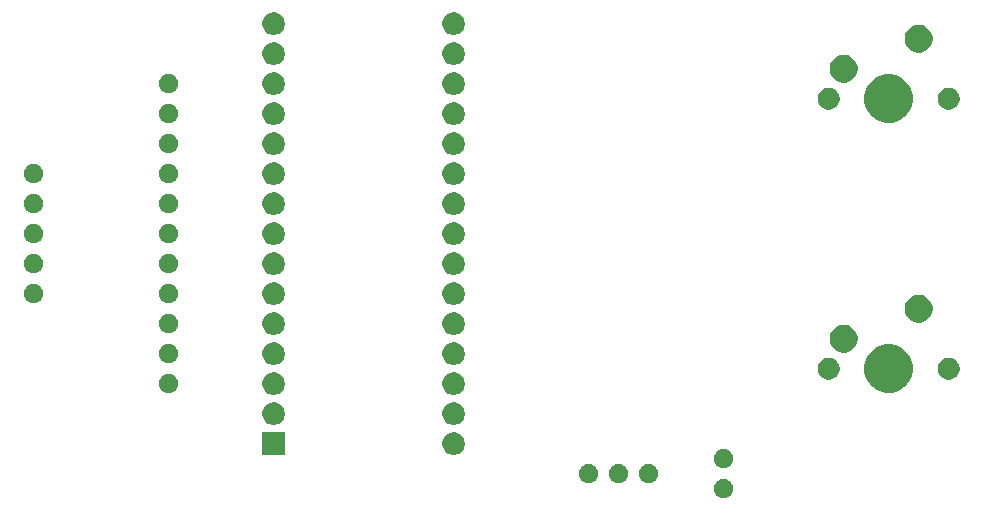
<source format=gbs>
G04 #@! TF.GenerationSoftware,KiCad,Pcbnew,(5.1.5)-3*
G04 #@! TF.CreationDate,2020-05-07T09:23:51-07:00*
G04 #@! TF.ProjectId,Pcb,5063622e-6b69-4636-9164-5f7063625858,rev?*
G04 #@! TF.SameCoordinates,Original*
G04 #@! TF.FileFunction,Soldermask,Bot*
G04 #@! TF.FilePolarity,Negative*
%FSLAX46Y46*%
G04 Gerber Fmt 4.6, Leading zero omitted, Abs format (unit mm)*
G04 Created by KiCad (PCBNEW (5.1.5)-3) date 2020-05-07 09:23:51*
%MOMM*%
%LPD*%
G04 APERTURE LIST*
%ADD10C,0.100000*%
G04 APERTURE END LIST*
D10*
G36*
X120887086Y-77958435D02*
G01*
X121035003Y-78019704D01*
X121124163Y-78079279D01*
X121157184Y-78101343D01*
X121168134Y-78108660D01*
X121281340Y-78221866D01*
X121281342Y-78221869D01*
X121281343Y-78221870D01*
X121310721Y-78265837D01*
X121370296Y-78354997D01*
X121431565Y-78502914D01*
X121462800Y-78659946D01*
X121462800Y-78820054D01*
X121431565Y-78977086D01*
X121370296Y-79125003D01*
X121281340Y-79258134D01*
X121168134Y-79371340D01*
X121035003Y-79460296D01*
X120887086Y-79521565D01*
X120730054Y-79552800D01*
X120569946Y-79552800D01*
X120412914Y-79521565D01*
X120264997Y-79460296D01*
X120131866Y-79371340D01*
X120018660Y-79258134D01*
X119929704Y-79125003D01*
X119868435Y-78977086D01*
X119837200Y-78820054D01*
X119837200Y-78659946D01*
X119868435Y-78502914D01*
X119929704Y-78354997D01*
X119989279Y-78265837D01*
X120018657Y-78221870D01*
X120018658Y-78221869D01*
X120018660Y-78221866D01*
X120131866Y-78108660D01*
X120142817Y-78101343D01*
X120175837Y-78079279D01*
X120264997Y-78019704D01*
X120412914Y-77958435D01*
X120569946Y-77927200D01*
X120730054Y-77927200D01*
X120887086Y-77958435D01*
G37*
G36*
X114537086Y-76688435D02*
G01*
X114685003Y-76749704D01*
X114774163Y-76809279D01*
X114807184Y-76831343D01*
X114818134Y-76838660D01*
X114931340Y-76951866D01*
X114931342Y-76951869D01*
X114931343Y-76951870D01*
X114960721Y-76995837D01*
X115020296Y-77084997D01*
X115081565Y-77232914D01*
X115112800Y-77389946D01*
X115112800Y-77550054D01*
X115081565Y-77707086D01*
X115020296Y-77855003D01*
X114972055Y-77927200D01*
X114951185Y-77958435D01*
X114931340Y-77988134D01*
X114818134Y-78101340D01*
X114818131Y-78101342D01*
X114818130Y-78101343D01*
X114807179Y-78108660D01*
X114685003Y-78190296D01*
X114537086Y-78251565D01*
X114380054Y-78282800D01*
X114219946Y-78282800D01*
X114062914Y-78251565D01*
X113914997Y-78190296D01*
X113792821Y-78108660D01*
X113781870Y-78101343D01*
X113781869Y-78101342D01*
X113781866Y-78101340D01*
X113668660Y-77988134D01*
X113648816Y-77958435D01*
X113627945Y-77927200D01*
X113579704Y-77855003D01*
X113518435Y-77707086D01*
X113487200Y-77550054D01*
X113487200Y-77389946D01*
X113518435Y-77232914D01*
X113579704Y-77084997D01*
X113639279Y-76995837D01*
X113668657Y-76951870D01*
X113668658Y-76951869D01*
X113668660Y-76951866D01*
X113781866Y-76838660D01*
X113792817Y-76831343D01*
X113825837Y-76809279D01*
X113914997Y-76749704D01*
X114062914Y-76688435D01*
X114219946Y-76657200D01*
X114380054Y-76657200D01*
X114537086Y-76688435D01*
G37*
G36*
X111997086Y-76688435D02*
G01*
X112145003Y-76749704D01*
X112234163Y-76809279D01*
X112267184Y-76831343D01*
X112278134Y-76838660D01*
X112391340Y-76951866D01*
X112391342Y-76951869D01*
X112391343Y-76951870D01*
X112420721Y-76995837D01*
X112480296Y-77084997D01*
X112541565Y-77232914D01*
X112572800Y-77389946D01*
X112572800Y-77550054D01*
X112541565Y-77707086D01*
X112480296Y-77855003D01*
X112432055Y-77927200D01*
X112411185Y-77958435D01*
X112391340Y-77988134D01*
X112278134Y-78101340D01*
X112278131Y-78101342D01*
X112278130Y-78101343D01*
X112267179Y-78108660D01*
X112145003Y-78190296D01*
X111997086Y-78251565D01*
X111840054Y-78282800D01*
X111679946Y-78282800D01*
X111522914Y-78251565D01*
X111374997Y-78190296D01*
X111252821Y-78108660D01*
X111241870Y-78101343D01*
X111241869Y-78101342D01*
X111241866Y-78101340D01*
X111128660Y-77988134D01*
X111108816Y-77958435D01*
X111087945Y-77927200D01*
X111039704Y-77855003D01*
X110978435Y-77707086D01*
X110947200Y-77550054D01*
X110947200Y-77389946D01*
X110978435Y-77232914D01*
X111039704Y-77084997D01*
X111099279Y-76995837D01*
X111128657Y-76951870D01*
X111128658Y-76951869D01*
X111128660Y-76951866D01*
X111241866Y-76838660D01*
X111252817Y-76831343D01*
X111285837Y-76809279D01*
X111374997Y-76749704D01*
X111522914Y-76688435D01*
X111679946Y-76657200D01*
X111840054Y-76657200D01*
X111997086Y-76688435D01*
G37*
G36*
X109457086Y-76688435D02*
G01*
X109605003Y-76749704D01*
X109694163Y-76809279D01*
X109727184Y-76831343D01*
X109738134Y-76838660D01*
X109851340Y-76951866D01*
X109851342Y-76951869D01*
X109851343Y-76951870D01*
X109880721Y-76995837D01*
X109940296Y-77084997D01*
X110001565Y-77232914D01*
X110032800Y-77389946D01*
X110032800Y-77550054D01*
X110001565Y-77707086D01*
X109940296Y-77855003D01*
X109892055Y-77927200D01*
X109871185Y-77958435D01*
X109851340Y-77988134D01*
X109738134Y-78101340D01*
X109738131Y-78101342D01*
X109738130Y-78101343D01*
X109727179Y-78108660D01*
X109605003Y-78190296D01*
X109457086Y-78251565D01*
X109300054Y-78282800D01*
X109139946Y-78282800D01*
X108982914Y-78251565D01*
X108834997Y-78190296D01*
X108712821Y-78108660D01*
X108701870Y-78101343D01*
X108701869Y-78101342D01*
X108701866Y-78101340D01*
X108588660Y-77988134D01*
X108568816Y-77958435D01*
X108547945Y-77927200D01*
X108499704Y-77855003D01*
X108438435Y-77707086D01*
X108407200Y-77550054D01*
X108407200Y-77389946D01*
X108438435Y-77232914D01*
X108499704Y-77084997D01*
X108559279Y-76995837D01*
X108588657Y-76951870D01*
X108588658Y-76951869D01*
X108588660Y-76951866D01*
X108701866Y-76838660D01*
X108712817Y-76831343D01*
X108745837Y-76809279D01*
X108834997Y-76749704D01*
X108982914Y-76688435D01*
X109139946Y-76657200D01*
X109300054Y-76657200D01*
X109457086Y-76688435D01*
G37*
G36*
X120887086Y-75418435D02*
G01*
X121035003Y-75479704D01*
X121168134Y-75568660D01*
X121281340Y-75681866D01*
X121370296Y-75814997D01*
X121431565Y-75962914D01*
X121462800Y-76119946D01*
X121462800Y-76280054D01*
X121431565Y-76437086D01*
X121370296Y-76585003D01*
X121322055Y-76657200D01*
X121301185Y-76688435D01*
X121281340Y-76718134D01*
X121168134Y-76831340D01*
X121168131Y-76831342D01*
X121168130Y-76831343D01*
X121157179Y-76838660D01*
X121035003Y-76920296D01*
X120887086Y-76981565D01*
X120730054Y-77012800D01*
X120569946Y-77012800D01*
X120412914Y-76981565D01*
X120264997Y-76920296D01*
X120142821Y-76838660D01*
X120131870Y-76831343D01*
X120131869Y-76831342D01*
X120131866Y-76831340D01*
X120018660Y-76718134D01*
X119998816Y-76688435D01*
X119977945Y-76657200D01*
X119929704Y-76585003D01*
X119868435Y-76437086D01*
X119837200Y-76280054D01*
X119837200Y-76119946D01*
X119868435Y-75962914D01*
X119929704Y-75814997D01*
X120018660Y-75681866D01*
X120131866Y-75568660D01*
X120264997Y-75479704D01*
X120412914Y-75418435D01*
X120569946Y-75387200D01*
X120730054Y-75387200D01*
X120887086Y-75418435D01*
G37*
G36*
X83500800Y-75880800D02*
G01*
X81599200Y-75880800D01*
X81599200Y-73979200D01*
X83500800Y-73979200D01*
X83500800Y-75880800D01*
G37*
G36*
X98067338Y-74015738D02*
G01*
X98240373Y-74087412D01*
X98396100Y-74191465D01*
X98528535Y-74323900D01*
X98632588Y-74479627D01*
X98704262Y-74652662D01*
X98740800Y-74836354D01*
X98740800Y-75023646D01*
X98704262Y-75207338D01*
X98632588Y-75380373D01*
X98528535Y-75536100D01*
X98396100Y-75668535D01*
X98240373Y-75772588D01*
X98067338Y-75844262D01*
X97883646Y-75880800D01*
X97696354Y-75880800D01*
X97512662Y-75844262D01*
X97339627Y-75772588D01*
X97183900Y-75668535D01*
X97051465Y-75536100D01*
X96947412Y-75380373D01*
X96875738Y-75207338D01*
X96839200Y-75023646D01*
X96839200Y-74836354D01*
X96875738Y-74652662D01*
X96947412Y-74479627D01*
X97051465Y-74323900D01*
X97183900Y-74191465D01*
X97339627Y-74087412D01*
X97512662Y-74015738D01*
X97696354Y-73979200D01*
X97883646Y-73979200D01*
X98067338Y-74015738D01*
G37*
G36*
X98067338Y-71475738D02*
G01*
X98240373Y-71547412D01*
X98396100Y-71651465D01*
X98528535Y-71783900D01*
X98632588Y-71939627D01*
X98704262Y-72112662D01*
X98740800Y-72296354D01*
X98740800Y-72483646D01*
X98704262Y-72667338D01*
X98632588Y-72840373D01*
X98528535Y-72996100D01*
X98396100Y-73128535D01*
X98240373Y-73232588D01*
X98067338Y-73304262D01*
X97883646Y-73340800D01*
X97696354Y-73340800D01*
X97512662Y-73304262D01*
X97339627Y-73232588D01*
X97183900Y-73128535D01*
X97051465Y-72996100D01*
X96947412Y-72840373D01*
X96875738Y-72667338D01*
X96839200Y-72483646D01*
X96839200Y-72296354D01*
X96875738Y-72112662D01*
X96947412Y-71939627D01*
X97051465Y-71783900D01*
X97183900Y-71651465D01*
X97339627Y-71547412D01*
X97512662Y-71475738D01*
X97696354Y-71439200D01*
X97883646Y-71439200D01*
X98067338Y-71475738D01*
G37*
G36*
X82827338Y-71475738D02*
G01*
X83000373Y-71547412D01*
X83156100Y-71651465D01*
X83288535Y-71783900D01*
X83392588Y-71939627D01*
X83464262Y-72112662D01*
X83500800Y-72296354D01*
X83500800Y-72483646D01*
X83464262Y-72667338D01*
X83392588Y-72840373D01*
X83288535Y-72996100D01*
X83156100Y-73128535D01*
X83000373Y-73232588D01*
X82827338Y-73304262D01*
X82643646Y-73340800D01*
X82456354Y-73340800D01*
X82272662Y-73304262D01*
X82099627Y-73232588D01*
X81943900Y-73128535D01*
X81811465Y-72996100D01*
X81707412Y-72840373D01*
X81635738Y-72667338D01*
X81599200Y-72483646D01*
X81599200Y-72296354D01*
X81635738Y-72112662D01*
X81707412Y-71939627D01*
X81811465Y-71783900D01*
X81943900Y-71651465D01*
X82099627Y-71547412D01*
X82272662Y-71475738D01*
X82456354Y-71439200D01*
X82643646Y-71439200D01*
X82827338Y-71475738D01*
G37*
G36*
X98067338Y-68935738D02*
G01*
X98240373Y-69007412D01*
X98396100Y-69111465D01*
X98528535Y-69243900D01*
X98632588Y-69399627D01*
X98704262Y-69572662D01*
X98740800Y-69756354D01*
X98740800Y-69943646D01*
X98704262Y-70127338D01*
X98632588Y-70300373D01*
X98528535Y-70456100D01*
X98396100Y-70588535D01*
X98240373Y-70692588D01*
X98067338Y-70764262D01*
X97883646Y-70800800D01*
X97696354Y-70800800D01*
X97512662Y-70764262D01*
X97339627Y-70692588D01*
X97183900Y-70588535D01*
X97051465Y-70456100D01*
X96947412Y-70300373D01*
X96875738Y-70127338D01*
X96839200Y-69943646D01*
X96839200Y-69756354D01*
X96875738Y-69572662D01*
X96947412Y-69399627D01*
X97051465Y-69243900D01*
X97183900Y-69111465D01*
X97339627Y-69007412D01*
X97512662Y-68935738D01*
X97696354Y-68899200D01*
X97883646Y-68899200D01*
X98067338Y-68935738D01*
G37*
G36*
X82827338Y-68935738D02*
G01*
X83000373Y-69007412D01*
X83156100Y-69111465D01*
X83288535Y-69243900D01*
X83392588Y-69399627D01*
X83464262Y-69572662D01*
X83500800Y-69756354D01*
X83500800Y-69943646D01*
X83464262Y-70127338D01*
X83392588Y-70300373D01*
X83288535Y-70456100D01*
X83156100Y-70588535D01*
X83000373Y-70692588D01*
X82827338Y-70764262D01*
X82643646Y-70800800D01*
X82456354Y-70800800D01*
X82272662Y-70764262D01*
X82099627Y-70692588D01*
X81943900Y-70588535D01*
X81811465Y-70456100D01*
X81707412Y-70300373D01*
X81635738Y-70127338D01*
X81599200Y-69943646D01*
X81599200Y-69756354D01*
X81635738Y-69572662D01*
X81707412Y-69399627D01*
X81811465Y-69243900D01*
X81943900Y-69111465D01*
X82099627Y-69007412D01*
X82272662Y-68935738D01*
X82456354Y-68899200D01*
X82643646Y-68899200D01*
X82827338Y-68935738D01*
G37*
G36*
X73897086Y-69068435D02*
G01*
X74045003Y-69129704D01*
X74178134Y-69218660D01*
X74291340Y-69331866D01*
X74380296Y-69464997D01*
X74441565Y-69612914D01*
X74472800Y-69769946D01*
X74472800Y-69930054D01*
X74441565Y-70087086D01*
X74380296Y-70235003D01*
X74291340Y-70368134D01*
X74178134Y-70481340D01*
X74045003Y-70570296D01*
X73897086Y-70631565D01*
X73740054Y-70662800D01*
X73579946Y-70662800D01*
X73422914Y-70631565D01*
X73274997Y-70570296D01*
X73141866Y-70481340D01*
X73028660Y-70368134D01*
X72939704Y-70235003D01*
X72878435Y-70087086D01*
X72847200Y-69930054D01*
X72847200Y-69769946D01*
X72878435Y-69612914D01*
X72939704Y-69464997D01*
X73028660Y-69331866D01*
X73141866Y-69218660D01*
X73274997Y-69129704D01*
X73422914Y-69068435D01*
X73579946Y-69037200D01*
X73740054Y-69037200D01*
X73897086Y-69068435D01*
G37*
G36*
X135216417Y-66613877D02*
G01*
X135588529Y-66768010D01*
X135923422Y-66991779D01*
X136208221Y-67276578D01*
X136431990Y-67611471D01*
X136586123Y-67983583D01*
X136664700Y-68378614D01*
X136664700Y-68781386D01*
X136586123Y-69176417D01*
X136431990Y-69548529D01*
X136208221Y-69883422D01*
X135923422Y-70168221D01*
X135588529Y-70391990D01*
X135216417Y-70546123D01*
X134821386Y-70624700D01*
X134418614Y-70624700D01*
X134023583Y-70546123D01*
X133651471Y-70391990D01*
X133316578Y-70168221D01*
X133031779Y-69883422D01*
X132808010Y-69548529D01*
X132653877Y-69176417D01*
X132575300Y-68781386D01*
X132575300Y-68378614D01*
X132653877Y-67983583D01*
X132808010Y-67611471D01*
X133031779Y-67276578D01*
X133316578Y-66991779D01*
X133651471Y-66768010D01*
X134023583Y-66613877D01*
X134418614Y-66535300D01*
X134821386Y-66535300D01*
X135216417Y-66613877D01*
G37*
G36*
X139970046Y-67689778D02*
G01*
X140138531Y-67759566D01*
X140290163Y-67860884D01*
X140419116Y-67989837D01*
X140520434Y-68141469D01*
X140569862Y-68260800D01*
X140590222Y-68309954D01*
X140625800Y-68488816D01*
X140625800Y-68671184D01*
X140603879Y-68781386D01*
X140590222Y-68850046D01*
X140520434Y-69018531D01*
X140419116Y-69170163D01*
X140290163Y-69299116D01*
X140138531Y-69400434D01*
X139982665Y-69464995D01*
X139970046Y-69470222D01*
X139791184Y-69505800D01*
X139608816Y-69505800D01*
X139429954Y-69470222D01*
X139417335Y-69464995D01*
X139261469Y-69400434D01*
X139109837Y-69299116D01*
X138980884Y-69170163D01*
X138879566Y-69018531D01*
X138809778Y-68850046D01*
X138796121Y-68781386D01*
X138774200Y-68671184D01*
X138774200Y-68488816D01*
X138809778Y-68309954D01*
X138830138Y-68260800D01*
X138879566Y-68141469D01*
X138980884Y-67989837D01*
X139109837Y-67860884D01*
X139261469Y-67759566D01*
X139429954Y-67689778D01*
X139608816Y-67654200D01*
X139791184Y-67654200D01*
X139970046Y-67689778D01*
G37*
G36*
X129810046Y-67689778D02*
G01*
X129978531Y-67759566D01*
X130130163Y-67860884D01*
X130259116Y-67989837D01*
X130360434Y-68141469D01*
X130409862Y-68260800D01*
X130430222Y-68309954D01*
X130465800Y-68488816D01*
X130465800Y-68671184D01*
X130443879Y-68781386D01*
X130430222Y-68850046D01*
X130360434Y-69018531D01*
X130259116Y-69170163D01*
X130130163Y-69299116D01*
X129978531Y-69400434D01*
X129822665Y-69464995D01*
X129810046Y-69470222D01*
X129631184Y-69505800D01*
X129448816Y-69505800D01*
X129269954Y-69470222D01*
X129257335Y-69464995D01*
X129101469Y-69400434D01*
X128949837Y-69299116D01*
X128820884Y-69170163D01*
X128719566Y-69018531D01*
X128649778Y-68850046D01*
X128636121Y-68781386D01*
X128614200Y-68671184D01*
X128614200Y-68488816D01*
X128649778Y-68309954D01*
X128670138Y-68260800D01*
X128719566Y-68141469D01*
X128820884Y-67989837D01*
X128949837Y-67860884D01*
X129101469Y-67759566D01*
X129269954Y-67689778D01*
X129448816Y-67654200D01*
X129631184Y-67654200D01*
X129810046Y-67689778D01*
G37*
G36*
X98067338Y-66395738D02*
G01*
X98240373Y-66467412D01*
X98396100Y-66571465D01*
X98528535Y-66703900D01*
X98632588Y-66859627D01*
X98704262Y-67032662D01*
X98740800Y-67216354D01*
X98740800Y-67403646D01*
X98704262Y-67587338D01*
X98632588Y-67760373D01*
X98528535Y-67916100D01*
X98396100Y-68048535D01*
X98240373Y-68152588D01*
X98067338Y-68224262D01*
X97883646Y-68260800D01*
X97696354Y-68260800D01*
X97512662Y-68224262D01*
X97339627Y-68152588D01*
X97183900Y-68048535D01*
X97051465Y-67916100D01*
X96947412Y-67760373D01*
X96875738Y-67587338D01*
X96839200Y-67403646D01*
X96839200Y-67216354D01*
X96875738Y-67032662D01*
X96947412Y-66859627D01*
X97051465Y-66703900D01*
X97183900Y-66571465D01*
X97339627Y-66467412D01*
X97512662Y-66395738D01*
X97696354Y-66359200D01*
X97883646Y-66359200D01*
X98067338Y-66395738D01*
G37*
G36*
X82827338Y-66395738D02*
G01*
X83000373Y-66467412D01*
X83156100Y-66571465D01*
X83288535Y-66703900D01*
X83392588Y-66859627D01*
X83464262Y-67032662D01*
X83500800Y-67216354D01*
X83500800Y-67403646D01*
X83464262Y-67587338D01*
X83392588Y-67760373D01*
X83288535Y-67916100D01*
X83156100Y-68048535D01*
X83000373Y-68152588D01*
X82827338Y-68224262D01*
X82643646Y-68260800D01*
X82456354Y-68260800D01*
X82272662Y-68224262D01*
X82099627Y-68152588D01*
X81943900Y-68048535D01*
X81811465Y-67916100D01*
X81707412Y-67760373D01*
X81635738Y-67587338D01*
X81599200Y-67403646D01*
X81599200Y-67216354D01*
X81635738Y-67032662D01*
X81707412Y-66859627D01*
X81811465Y-66703900D01*
X81943900Y-66571465D01*
X82099627Y-66467412D01*
X82272662Y-66395738D01*
X82456354Y-66359200D01*
X82643646Y-66359200D01*
X82827338Y-66395738D01*
G37*
G36*
X73897086Y-66528435D02*
G01*
X74045003Y-66589704D01*
X74178134Y-66678660D01*
X74291340Y-66791866D01*
X74380296Y-66924997D01*
X74441565Y-67072914D01*
X74472800Y-67229946D01*
X74472800Y-67390054D01*
X74441565Y-67547086D01*
X74380296Y-67695003D01*
X74291340Y-67828134D01*
X74178134Y-67941340D01*
X74045003Y-68030296D01*
X73897086Y-68091565D01*
X73740054Y-68122800D01*
X73579946Y-68122800D01*
X73422914Y-68091565D01*
X73274997Y-68030296D01*
X73141866Y-67941340D01*
X73028660Y-67828134D01*
X72939704Y-67695003D01*
X72878435Y-67547086D01*
X72847200Y-67390054D01*
X72847200Y-67229946D01*
X72878435Y-67072914D01*
X72939704Y-66924997D01*
X73028660Y-66791866D01*
X73141866Y-66678660D01*
X73274997Y-66589704D01*
X73422914Y-66528435D01*
X73579946Y-66497200D01*
X73740054Y-66497200D01*
X73897086Y-66528435D01*
G37*
G36*
X131152969Y-64909386D02*
G01*
X131366951Y-64998019D01*
X131559530Y-65126697D01*
X131723303Y-65290470D01*
X131851981Y-65483049D01*
X131940614Y-65697031D01*
X131985800Y-65924194D01*
X131985800Y-66155806D01*
X131940614Y-66382969D01*
X131851981Y-66596951D01*
X131723303Y-66789530D01*
X131559530Y-66953303D01*
X131366951Y-67081981D01*
X131152969Y-67170614D01*
X130925806Y-67215800D01*
X130694194Y-67215800D01*
X130467031Y-67170614D01*
X130253049Y-67081981D01*
X130060470Y-66953303D01*
X129896697Y-66789530D01*
X129768019Y-66596951D01*
X129679386Y-66382969D01*
X129634200Y-66155806D01*
X129634200Y-65924194D01*
X129679386Y-65697031D01*
X129768019Y-65483049D01*
X129896697Y-65290470D01*
X130060470Y-65126697D01*
X130253049Y-64998019D01*
X130467031Y-64909386D01*
X130694194Y-64864200D01*
X130925806Y-64864200D01*
X131152969Y-64909386D01*
G37*
G36*
X98067338Y-63855738D02*
G01*
X98240373Y-63927412D01*
X98396100Y-64031465D01*
X98528535Y-64163900D01*
X98632588Y-64319627D01*
X98704262Y-64492662D01*
X98740800Y-64676354D01*
X98740800Y-64863646D01*
X98704262Y-65047338D01*
X98632588Y-65220373D01*
X98528535Y-65376100D01*
X98396100Y-65508535D01*
X98240373Y-65612588D01*
X98067338Y-65684262D01*
X97883646Y-65720800D01*
X97696354Y-65720800D01*
X97512662Y-65684262D01*
X97339627Y-65612588D01*
X97183900Y-65508535D01*
X97051465Y-65376100D01*
X96947412Y-65220373D01*
X96875738Y-65047338D01*
X96839200Y-64863646D01*
X96839200Y-64676354D01*
X96875738Y-64492662D01*
X96947412Y-64319627D01*
X97051465Y-64163900D01*
X97183900Y-64031465D01*
X97339627Y-63927412D01*
X97512662Y-63855738D01*
X97696354Y-63819200D01*
X97883646Y-63819200D01*
X98067338Y-63855738D01*
G37*
G36*
X82827338Y-63855738D02*
G01*
X83000373Y-63927412D01*
X83156100Y-64031465D01*
X83288535Y-64163900D01*
X83392588Y-64319627D01*
X83464262Y-64492662D01*
X83500800Y-64676354D01*
X83500800Y-64863646D01*
X83464262Y-65047338D01*
X83392588Y-65220373D01*
X83288535Y-65376100D01*
X83156100Y-65508535D01*
X83000373Y-65612588D01*
X82827338Y-65684262D01*
X82643646Y-65720800D01*
X82456354Y-65720800D01*
X82272662Y-65684262D01*
X82099627Y-65612588D01*
X81943900Y-65508535D01*
X81811465Y-65376100D01*
X81707412Y-65220373D01*
X81635738Y-65047338D01*
X81599200Y-64863646D01*
X81599200Y-64676354D01*
X81635738Y-64492662D01*
X81707412Y-64319627D01*
X81811465Y-64163900D01*
X81943900Y-64031465D01*
X82099627Y-63927412D01*
X82272662Y-63855738D01*
X82456354Y-63819200D01*
X82643646Y-63819200D01*
X82827338Y-63855738D01*
G37*
G36*
X73897086Y-63988435D02*
G01*
X74045003Y-64049704D01*
X74178134Y-64138660D01*
X74291340Y-64251866D01*
X74380296Y-64384997D01*
X74441565Y-64532914D01*
X74472800Y-64689946D01*
X74472800Y-64850054D01*
X74441565Y-65007086D01*
X74380296Y-65155003D01*
X74291340Y-65288134D01*
X74178134Y-65401340D01*
X74045003Y-65490296D01*
X73897086Y-65551565D01*
X73740054Y-65582800D01*
X73579946Y-65582800D01*
X73422914Y-65551565D01*
X73274997Y-65490296D01*
X73141866Y-65401340D01*
X73028660Y-65288134D01*
X72939704Y-65155003D01*
X72878435Y-65007086D01*
X72847200Y-64850054D01*
X72847200Y-64689946D01*
X72878435Y-64532914D01*
X72939704Y-64384997D01*
X73028660Y-64251866D01*
X73141866Y-64138660D01*
X73274997Y-64049704D01*
X73422914Y-63988435D01*
X73579946Y-63957200D01*
X73740054Y-63957200D01*
X73897086Y-63988435D01*
G37*
G36*
X137502969Y-62369386D02*
G01*
X137716951Y-62458019D01*
X137909530Y-62586697D01*
X138073303Y-62750470D01*
X138201981Y-62943049D01*
X138290614Y-63157031D01*
X138335800Y-63384194D01*
X138335800Y-63615806D01*
X138290614Y-63842969D01*
X138201981Y-64056951D01*
X138073303Y-64249530D01*
X137909530Y-64413303D01*
X137716951Y-64541981D01*
X137502969Y-64630614D01*
X137275806Y-64675800D01*
X137044194Y-64675800D01*
X136817031Y-64630614D01*
X136603049Y-64541981D01*
X136410470Y-64413303D01*
X136246697Y-64249530D01*
X136118019Y-64056951D01*
X136029386Y-63842969D01*
X135984200Y-63615806D01*
X135984200Y-63384194D01*
X136029386Y-63157031D01*
X136118019Y-62943049D01*
X136246697Y-62750470D01*
X136410470Y-62586697D01*
X136603049Y-62458019D01*
X136817031Y-62369386D01*
X137044194Y-62324200D01*
X137275806Y-62324200D01*
X137502969Y-62369386D01*
G37*
G36*
X98067338Y-61315738D02*
G01*
X98240373Y-61387412D01*
X98396100Y-61491465D01*
X98528535Y-61623900D01*
X98632588Y-61779627D01*
X98704262Y-61952662D01*
X98740800Y-62136354D01*
X98740800Y-62323646D01*
X98704262Y-62507338D01*
X98632588Y-62680373D01*
X98528535Y-62836100D01*
X98396100Y-62968535D01*
X98240373Y-63072588D01*
X98067338Y-63144262D01*
X97883646Y-63180800D01*
X97696354Y-63180800D01*
X97512662Y-63144262D01*
X97339627Y-63072588D01*
X97183900Y-62968535D01*
X97051465Y-62836100D01*
X96947412Y-62680373D01*
X96875738Y-62507338D01*
X96839200Y-62323646D01*
X96839200Y-62136354D01*
X96875738Y-61952662D01*
X96947412Y-61779627D01*
X97051465Y-61623900D01*
X97183900Y-61491465D01*
X97339627Y-61387412D01*
X97512662Y-61315738D01*
X97696354Y-61279200D01*
X97883646Y-61279200D01*
X98067338Y-61315738D01*
G37*
G36*
X82827338Y-61315738D02*
G01*
X83000373Y-61387412D01*
X83156100Y-61491465D01*
X83288535Y-61623900D01*
X83392588Y-61779627D01*
X83464262Y-61952662D01*
X83500800Y-62136354D01*
X83500800Y-62323646D01*
X83464262Y-62507338D01*
X83392588Y-62680373D01*
X83288535Y-62836100D01*
X83156100Y-62968535D01*
X83000373Y-63072588D01*
X82827338Y-63144262D01*
X82643646Y-63180800D01*
X82456354Y-63180800D01*
X82272662Y-63144262D01*
X82099627Y-63072588D01*
X81943900Y-62968535D01*
X81811465Y-62836100D01*
X81707412Y-62680373D01*
X81635738Y-62507338D01*
X81599200Y-62323646D01*
X81599200Y-62136354D01*
X81635738Y-61952662D01*
X81707412Y-61779627D01*
X81811465Y-61623900D01*
X81943900Y-61491465D01*
X82099627Y-61387412D01*
X82272662Y-61315738D01*
X82456354Y-61279200D01*
X82643646Y-61279200D01*
X82827338Y-61315738D01*
G37*
G36*
X73897086Y-61448435D02*
G01*
X74045003Y-61509704D01*
X74178134Y-61598660D01*
X74291340Y-61711866D01*
X74380296Y-61844997D01*
X74441565Y-61992914D01*
X74472800Y-62149946D01*
X74472800Y-62310054D01*
X74441565Y-62467086D01*
X74380296Y-62615003D01*
X74291340Y-62748134D01*
X74178134Y-62861340D01*
X74045003Y-62950296D01*
X73897086Y-63011565D01*
X73740054Y-63042800D01*
X73579946Y-63042800D01*
X73422914Y-63011565D01*
X73274997Y-62950296D01*
X73141866Y-62861340D01*
X73028660Y-62748134D01*
X72939704Y-62615003D01*
X72878435Y-62467086D01*
X72847200Y-62310054D01*
X72847200Y-62149946D01*
X72878435Y-61992914D01*
X72939704Y-61844997D01*
X73028660Y-61711866D01*
X73141866Y-61598660D01*
X73274997Y-61509704D01*
X73422914Y-61448435D01*
X73579946Y-61417200D01*
X73740054Y-61417200D01*
X73897086Y-61448435D01*
G37*
G36*
X62467086Y-61448435D02*
G01*
X62615003Y-61509704D01*
X62748134Y-61598660D01*
X62861340Y-61711866D01*
X62950296Y-61844997D01*
X63011565Y-61992914D01*
X63042800Y-62149946D01*
X63042800Y-62310054D01*
X63011565Y-62467086D01*
X62950296Y-62615003D01*
X62861340Y-62748134D01*
X62748134Y-62861340D01*
X62615003Y-62950296D01*
X62467086Y-63011565D01*
X62310054Y-63042800D01*
X62149946Y-63042800D01*
X61992914Y-63011565D01*
X61844997Y-62950296D01*
X61711866Y-62861340D01*
X61598660Y-62748134D01*
X61509704Y-62615003D01*
X61448435Y-62467086D01*
X61417200Y-62310054D01*
X61417200Y-62149946D01*
X61448435Y-61992914D01*
X61509704Y-61844997D01*
X61598660Y-61711866D01*
X61711866Y-61598660D01*
X61844997Y-61509704D01*
X61992914Y-61448435D01*
X62149946Y-61417200D01*
X62310054Y-61417200D01*
X62467086Y-61448435D01*
G37*
G36*
X98067338Y-58775738D02*
G01*
X98240373Y-58847412D01*
X98396100Y-58951465D01*
X98528535Y-59083900D01*
X98632588Y-59239627D01*
X98704262Y-59412662D01*
X98740800Y-59596354D01*
X98740800Y-59783646D01*
X98704262Y-59967338D01*
X98632588Y-60140373D01*
X98528535Y-60296100D01*
X98396100Y-60428535D01*
X98240373Y-60532588D01*
X98067338Y-60604262D01*
X97883646Y-60640800D01*
X97696354Y-60640800D01*
X97512662Y-60604262D01*
X97339627Y-60532588D01*
X97183900Y-60428535D01*
X97051465Y-60296100D01*
X96947412Y-60140373D01*
X96875738Y-59967338D01*
X96839200Y-59783646D01*
X96839200Y-59596354D01*
X96875738Y-59412662D01*
X96947412Y-59239627D01*
X97051465Y-59083900D01*
X97183900Y-58951465D01*
X97339627Y-58847412D01*
X97512662Y-58775738D01*
X97696354Y-58739200D01*
X97883646Y-58739200D01*
X98067338Y-58775738D01*
G37*
G36*
X82827338Y-58775738D02*
G01*
X83000373Y-58847412D01*
X83156100Y-58951465D01*
X83288535Y-59083900D01*
X83392588Y-59239627D01*
X83464262Y-59412662D01*
X83500800Y-59596354D01*
X83500800Y-59783646D01*
X83464262Y-59967338D01*
X83392588Y-60140373D01*
X83288535Y-60296100D01*
X83156100Y-60428535D01*
X83000373Y-60532588D01*
X82827338Y-60604262D01*
X82643646Y-60640800D01*
X82456354Y-60640800D01*
X82272662Y-60604262D01*
X82099627Y-60532588D01*
X81943900Y-60428535D01*
X81811465Y-60296100D01*
X81707412Y-60140373D01*
X81635738Y-59967338D01*
X81599200Y-59783646D01*
X81599200Y-59596354D01*
X81635738Y-59412662D01*
X81707412Y-59239627D01*
X81811465Y-59083900D01*
X81943900Y-58951465D01*
X82099627Y-58847412D01*
X82272662Y-58775738D01*
X82456354Y-58739200D01*
X82643646Y-58739200D01*
X82827338Y-58775738D01*
G37*
G36*
X73897086Y-58908435D02*
G01*
X74045003Y-58969704D01*
X74178134Y-59058660D01*
X74291340Y-59171866D01*
X74380296Y-59304997D01*
X74441565Y-59452914D01*
X74472800Y-59609946D01*
X74472800Y-59770054D01*
X74441565Y-59927086D01*
X74380296Y-60075003D01*
X74291340Y-60208134D01*
X74178134Y-60321340D01*
X74045003Y-60410296D01*
X73897086Y-60471565D01*
X73740054Y-60502800D01*
X73579946Y-60502800D01*
X73422914Y-60471565D01*
X73274997Y-60410296D01*
X73141866Y-60321340D01*
X73028660Y-60208134D01*
X72939704Y-60075003D01*
X72878435Y-59927086D01*
X72847200Y-59770054D01*
X72847200Y-59609946D01*
X72878435Y-59452914D01*
X72939704Y-59304997D01*
X73028660Y-59171866D01*
X73141866Y-59058660D01*
X73274997Y-58969704D01*
X73422914Y-58908435D01*
X73579946Y-58877200D01*
X73740054Y-58877200D01*
X73897086Y-58908435D01*
G37*
G36*
X62467086Y-58908435D02*
G01*
X62615003Y-58969704D01*
X62748134Y-59058660D01*
X62861340Y-59171866D01*
X62950296Y-59304997D01*
X63011565Y-59452914D01*
X63042800Y-59609946D01*
X63042800Y-59770054D01*
X63011565Y-59927086D01*
X62950296Y-60075003D01*
X62861340Y-60208134D01*
X62748134Y-60321340D01*
X62615003Y-60410296D01*
X62467086Y-60471565D01*
X62310054Y-60502800D01*
X62149946Y-60502800D01*
X61992914Y-60471565D01*
X61844997Y-60410296D01*
X61711866Y-60321340D01*
X61598660Y-60208134D01*
X61509704Y-60075003D01*
X61448435Y-59927086D01*
X61417200Y-59770054D01*
X61417200Y-59609946D01*
X61448435Y-59452914D01*
X61509704Y-59304997D01*
X61598660Y-59171866D01*
X61711866Y-59058660D01*
X61844997Y-58969704D01*
X61992914Y-58908435D01*
X62149946Y-58877200D01*
X62310054Y-58877200D01*
X62467086Y-58908435D01*
G37*
G36*
X98067338Y-56235738D02*
G01*
X98240373Y-56307412D01*
X98396100Y-56411465D01*
X98528535Y-56543900D01*
X98632588Y-56699627D01*
X98704262Y-56872662D01*
X98740800Y-57056354D01*
X98740800Y-57243646D01*
X98704262Y-57427338D01*
X98632588Y-57600373D01*
X98528535Y-57756100D01*
X98396100Y-57888535D01*
X98240373Y-57992588D01*
X98067338Y-58064262D01*
X97883646Y-58100800D01*
X97696354Y-58100800D01*
X97512662Y-58064262D01*
X97339627Y-57992588D01*
X97183900Y-57888535D01*
X97051465Y-57756100D01*
X96947412Y-57600373D01*
X96875738Y-57427338D01*
X96839200Y-57243646D01*
X96839200Y-57056354D01*
X96875738Y-56872662D01*
X96947412Y-56699627D01*
X97051465Y-56543900D01*
X97183900Y-56411465D01*
X97339627Y-56307412D01*
X97512662Y-56235738D01*
X97696354Y-56199200D01*
X97883646Y-56199200D01*
X98067338Y-56235738D01*
G37*
G36*
X82827338Y-56235738D02*
G01*
X83000373Y-56307412D01*
X83156100Y-56411465D01*
X83288535Y-56543900D01*
X83392588Y-56699627D01*
X83464262Y-56872662D01*
X83500800Y-57056354D01*
X83500800Y-57243646D01*
X83464262Y-57427338D01*
X83392588Y-57600373D01*
X83288535Y-57756100D01*
X83156100Y-57888535D01*
X83000373Y-57992588D01*
X82827338Y-58064262D01*
X82643646Y-58100800D01*
X82456354Y-58100800D01*
X82272662Y-58064262D01*
X82099627Y-57992588D01*
X81943900Y-57888535D01*
X81811465Y-57756100D01*
X81707412Y-57600373D01*
X81635738Y-57427338D01*
X81599200Y-57243646D01*
X81599200Y-57056354D01*
X81635738Y-56872662D01*
X81707412Y-56699627D01*
X81811465Y-56543900D01*
X81943900Y-56411465D01*
X82099627Y-56307412D01*
X82272662Y-56235738D01*
X82456354Y-56199200D01*
X82643646Y-56199200D01*
X82827338Y-56235738D01*
G37*
G36*
X62467086Y-56368435D02*
G01*
X62615003Y-56429704D01*
X62748134Y-56518660D01*
X62861340Y-56631866D01*
X62950296Y-56764997D01*
X63011565Y-56912914D01*
X63042800Y-57069946D01*
X63042800Y-57230054D01*
X63011565Y-57387086D01*
X62950296Y-57535003D01*
X62861340Y-57668134D01*
X62748134Y-57781340D01*
X62615003Y-57870296D01*
X62467086Y-57931565D01*
X62310054Y-57962800D01*
X62149946Y-57962800D01*
X61992914Y-57931565D01*
X61844997Y-57870296D01*
X61711866Y-57781340D01*
X61598660Y-57668134D01*
X61509704Y-57535003D01*
X61448435Y-57387086D01*
X61417200Y-57230054D01*
X61417200Y-57069946D01*
X61448435Y-56912914D01*
X61509704Y-56764997D01*
X61598660Y-56631866D01*
X61711866Y-56518660D01*
X61844997Y-56429704D01*
X61992914Y-56368435D01*
X62149946Y-56337200D01*
X62310054Y-56337200D01*
X62467086Y-56368435D01*
G37*
G36*
X73897086Y-56368435D02*
G01*
X74045003Y-56429704D01*
X74178134Y-56518660D01*
X74291340Y-56631866D01*
X74380296Y-56764997D01*
X74441565Y-56912914D01*
X74472800Y-57069946D01*
X74472800Y-57230054D01*
X74441565Y-57387086D01*
X74380296Y-57535003D01*
X74291340Y-57668134D01*
X74178134Y-57781340D01*
X74045003Y-57870296D01*
X73897086Y-57931565D01*
X73740054Y-57962800D01*
X73579946Y-57962800D01*
X73422914Y-57931565D01*
X73274997Y-57870296D01*
X73141866Y-57781340D01*
X73028660Y-57668134D01*
X72939704Y-57535003D01*
X72878435Y-57387086D01*
X72847200Y-57230054D01*
X72847200Y-57069946D01*
X72878435Y-56912914D01*
X72939704Y-56764997D01*
X73028660Y-56631866D01*
X73141866Y-56518660D01*
X73274997Y-56429704D01*
X73422914Y-56368435D01*
X73579946Y-56337200D01*
X73740054Y-56337200D01*
X73897086Y-56368435D01*
G37*
G36*
X98067338Y-53695738D02*
G01*
X98240373Y-53767412D01*
X98396100Y-53871465D01*
X98528535Y-54003900D01*
X98632588Y-54159627D01*
X98704262Y-54332662D01*
X98740800Y-54516354D01*
X98740800Y-54703646D01*
X98704262Y-54887338D01*
X98632588Y-55060373D01*
X98528535Y-55216100D01*
X98396100Y-55348535D01*
X98240373Y-55452588D01*
X98067338Y-55524262D01*
X97883646Y-55560800D01*
X97696354Y-55560800D01*
X97512662Y-55524262D01*
X97339627Y-55452588D01*
X97183900Y-55348535D01*
X97051465Y-55216100D01*
X96947412Y-55060373D01*
X96875738Y-54887338D01*
X96839200Y-54703646D01*
X96839200Y-54516354D01*
X96875738Y-54332662D01*
X96947412Y-54159627D01*
X97051465Y-54003900D01*
X97183900Y-53871465D01*
X97339627Y-53767412D01*
X97512662Y-53695738D01*
X97696354Y-53659200D01*
X97883646Y-53659200D01*
X98067338Y-53695738D01*
G37*
G36*
X82827338Y-53695738D02*
G01*
X83000373Y-53767412D01*
X83156100Y-53871465D01*
X83288535Y-54003900D01*
X83392588Y-54159627D01*
X83464262Y-54332662D01*
X83500800Y-54516354D01*
X83500800Y-54703646D01*
X83464262Y-54887338D01*
X83392588Y-55060373D01*
X83288535Y-55216100D01*
X83156100Y-55348535D01*
X83000373Y-55452588D01*
X82827338Y-55524262D01*
X82643646Y-55560800D01*
X82456354Y-55560800D01*
X82272662Y-55524262D01*
X82099627Y-55452588D01*
X81943900Y-55348535D01*
X81811465Y-55216100D01*
X81707412Y-55060373D01*
X81635738Y-54887338D01*
X81599200Y-54703646D01*
X81599200Y-54516354D01*
X81635738Y-54332662D01*
X81707412Y-54159627D01*
X81811465Y-54003900D01*
X81943900Y-53871465D01*
X82099627Y-53767412D01*
X82272662Y-53695738D01*
X82456354Y-53659200D01*
X82643646Y-53659200D01*
X82827338Y-53695738D01*
G37*
G36*
X62467086Y-53828435D02*
G01*
X62615003Y-53889704D01*
X62748134Y-53978660D01*
X62861340Y-54091866D01*
X62950296Y-54224997D01*
X63011565Y-54372914D01*
X63042800Y-54529946D01*
X63042800Y-54690054D01*
X63011565Y-54847086D01*
X62950296Y-54995003D01*
X62861340Y-55128134D01*
X62748134Y-55241340D01*
X62615003Y-55330296D01*
X62467086Y-55391565D01*
X62310054Y-55422800D01*
X62149946Y-55422800D01*
X61992914Y-55391565D01*
X61844997Y-55330296D01*
X61711866Y-55241340D01*
X61598660Y-55128134D01*
X61509704Y-54995003D01*
X61448435Y-54847086D01*
X61417200Y-54690054D01*
X61417200Y-54529946D01*
X61448435Y-54372914D01*
X61509704Y-54224997D01*
X61598660Y-54091866D01*
X61711866Y-53978660D01*
X61844997Y-53889704D01*
X61992914Y-53828435D01*
X62149946Y-53797200D01*
X62310054Y-53797200D01*
X62467086Y-53828435D01*
G37*
G36*
X73897086Y-53828435D02*
G01*
X74045003Y-53889704D01*
X74178134Y-53978660D01*
X74291340Y-54091866D01*
X74380296Y-54224997D01*
X74441565Y-54372914D01*
X74472800Y-54529946D01*
X74472800Y-54690054D01*
X74441565Y-54847086D01*
X74380296Y-54995003D01*
X74291340Y-55128134D01*
X74178134Y-55241340D01*
X74045003Y-55330296D01*
X73897086Y-55391565D01*
X73740054Y-55422800D01*
X73579946Y-55422800D01*
X73422914Y-55391565D01*
X73274997Y-55330296D01*
X73141866Y-55241340D01*
X73028660Y-55128134D01*
X72939704Y-54995003D01*
X72878435Y-54847086D01*
X72847200Y-54690054D01*
X72847200Y-54529946D01*
X72878435Y-54372914D01*
X72939704Y-54224997D01*
X73028660Y-54091866D01*
X73141866Y-53978660D01*
X73274997Y-53889704D01*
X73422914Y-53828435D01*
X73579946Y-53797200D01*
X73740054Y-53797200D01*
X73897086Y-53828435D01*
G37*
G36*
X82827338Y-51155738D02*
G01*
X83000373Y-51227412D01*
X83156100Y-51331465D01*
X83288535Y-51463900D01*
X83392588Y-51619627D01*
X83464262Y-51792662D01*
X83500800Y-51976354D01*
X83500800Y-52163646D01*
X83464262Y-52347338D01*
X83392588Y-52520373D01*
X83288535Y-52676100D01*
X83156100Y-52808535D01*
X83000373Y-52912588D01*
X82827338Y-52984262D01*
X82643646Y-53020800D01*
X82456354Y-53020800D01*
X82272662Y-52984262D01*
X82099627Y-52912588D01*
X81943900Y-52808535D01*
X81811465Y-52676100D01*
X81707412Y-52520373D01*
X81635738Y-52347338D01*
X81599200Y-52163646D01*
X81599200Y-51976354D01*
X81635738Y-51792662D01*
X81707412Y-51619627D01*
X81811465Y-51463900D01*
X81943900Y-51331465D01*
X82099627Y-51227412D01*
X82272662Y-51155738D01*
X82456354Y-51119200D01*
X82643646Y-51119200D01*
X82827338Y-51155738D01*
G37*
G36*
X98067338Y-51155738D02*
G01*
X98240373Y-51227412D01*
X98396100Y-51331465D01*
X98528535Y-51463900D01*
X98632588Y-51619627D01*
X98704262Y-51792662D01*
X98740800Y-51976354D01*
X98740800Y-52163646D01*
X98704262Y-52347338D01*
X98632588Y-52520373D01*
X98528535Y-52676100D01*
X98396100Y-52808535D01*
X98240373Y-52912588D01*
X98067338Y-52984262D01*
X97883646Y-53020800D01*
X97696354Y-53020800D01*
X97512662Y-52984262D01*
X97339627Y-52912588D01*
X97183900Y-52808535D01*
X97051465Y-52676100D01*
X96947412Y-52520373D01*
X96875738Y-52347338D01*
X96839200Y-52163646D01*
X96839200Y-51976354D01*
X96875738Y-51792662D01*
X96947412Y-51619627D01*
X97051465Y-51463900D01*
X97183900Y-51331465D01*
X97339627Y-51227412D01*
X97512662Y-51155738D01*
X97696354Y-51119200D01*
X97883646Y-51119200D01*
X98067338Y-51155738D01*
G37*
G36*
X62467086Y-51288435D02*
G01*
X62615003Y-51349704D01*
X62748134Y-51438660D01*
X62861340Y-51551866D01*
X62950296Y-51684997D01*
X63011565Y-51832914D01*
X63042800Y-51989946D01*
X63042800Y-52150054D01*
X63011565Y-52307086D01*
X62950296Y-52455003D01*
X62861340Y-52588134D01*
X62748134Y-52701340D01*
X62615003Y-52790296D01*
X62467086Y-52851565D01*
X62310054Y-52882800D01*
X62149946Y-52882800D01*
X61992914Y-52851565D01*
X61844997Y-52790296D01*
X61711866Y-52701340D01*
X61598660Y-52588134D01*
X61509704Y-52455003D01*
X61448435Y-52307086D01*
X61417200Y-52150054D01*
X61417200Y-51989946D01*
X61448435Y-51832914D01*
X61509704Y-51684997D01*
X61598660Y-51551866D01*
X61711866Y-51438660D01*
X61844997Y-51349704D01*
X61992914Y-51288435D01*
X62149946Y-51257200D01*
X62310054Y-51257200D01*
X62467086Y-51288435D01*
G37*
G36*
X73897086Y-51288435D02*
G01*
X74045003Y-51349704D01*
X74178134Y-51438660D01*
X74291340Y-51551866D01*
X74380296Y-51684997D01*
X74441565Y-51832914D01*
X74472800Y-51989946D01*
X74472800Y-52150054D01*
X74441565Y-52307086D01*
X74380296Y-52455003D01*
X74291340Y-52588134D01*
X74178134Y-52701340D01*
X74045003Y-52790296D01*
X73897086Y-52851565D01*
X73740054Y-52882800D01*
X73579946Y-52882800D01*
X73422914Y-52851565D01*
X73274997Y-52790296D01*
X73141866Y-52701340D01*
X73028660Y-52588134D01*
X72939704Y-52455003D01*
X72878435Y-52307086D01*
X72847200Y-52150054D01*
X72847200Y-51989946D01*
X72878435Y-51832914D01*
X72939704Y-51684997D01*
X73028660Y-51551866D01*
X73141866Y-51438660D01*
X73274997Y-51349704D01*
X73422914Y-51288435D01*
X73579946Y-51257200D01*
X73740054Y-51257200D01*
X73897086Y-51288435D01*
G37*
G36*
X98067338Y-48615738D02*
G01*
X98240373Y-48687412D01*
X98396100Y-48791465D01*
X98528535Y-48923900D01*
X98632588Y-49079627D01*
X98704262Y-49252662D01*
X98740800Y-49436354D01*
X98740800Y-49623646D01*
X98704262Y-49807338D01*
X98632588Y-49980373D01*
X98528535Y-50136100D01*
X98396100Y-50268535D01*
X98240373Y-50372588D01*
X98067338Y-50444262D01*
X97883646Y-50480800D01*
X97696354Y-50480800D01*
X97512662Y-50444262D01*
X97339627Y-50372588D01*
X97183900Y-50268535D01*
X97051465Y-50136100D01*
X96947412Y-49980373D01*
X96875738Y-49807338D01*
X96839200Y-49623646D01*
X96839200Y-49436354D01*
X96875738Y-49252662D01*
X96947412Y-49079627D01*
X97051465Y-48923900D01*
X97183900Y-48791465D01*
X97339627Y-48687412D01*
X97512662Y-48615738D01*
X97696354Y-48579200D01*
X97883646Y-48579200D01*
X98067338Y-48615738D01*
G37*
G36*
X82827338Y-48615738D02*
G01*
X83000373Y-48687412D01*
X83156100Y-48791465D01*
X83288535Y-48923900D01*
X83392588Y-49079627D01*
X83464262Y-49252662D01*
X83500800Y-49436354D01*
X83500800Y-49623646D01*
X83464262Y-49807338D01*
X83392588Y-49980373D01*
X83288535Y-50136100D01*
X83156100Y-50268535D01*
X83000373Y-50372588D01*
X82827338Y-50444262D01*
X82643646Y-50480800D01*
X82456354Y-50480800D01*
X82272662Y-50444262D01*
X82099627Y-50372588D01*
X81943900Y-50268535D01*
X81811465Y-50136100D01*
X81707412Y-49980373D01*
X81635738Y-49807338D01*
X81599200Y-49623646D01*
X81599200Y-49436354D01*
X81635738Y-49252662D01*
X81707412Y-49079627D01*
X81811465Y-48923900D01*
X81943900Y-48791465D01*
X82099627Y-48687412D01*
X82272662Y-48615738D01*
X82456354Y-48579200D01*
X82643646Y-48579200D01*
X82827338Y-48615738D01*
G37*
G36*
X73897086Y-48748435D02*
G01*
X74045003Y-48809704D01*
X74178134Y-48898660D01*
X74291340Y-49011866D01*
X74380296Y-49144997D01*
X74441565Y-49292914D01*
X74472800Y-49449946D01*
X74472800Y-49610054D01*
X74441565Y-49767086D01*
X74380296Y-49915003D01*
X74291340Y-50048134D01*
X74178134Y-50161340D01*
X74045003Y-50250296D01*
X73897086Y-50311565D01*
X73740054Y-50342800D01*
X73579946Y-50342800D01*
X73422914Y-50311565D01*
X73274997Y-50250296D01*
X73141866Y-50161340D01*
X73028660Y-50048134D01*
X72939704Y-49915003D01*
X72878435Y-49767086D01*
X72847200Y-49610054D01*
X72847200Y-49449946D01*
X72878435Y-49292914D01*
X72939704Y-49144997D01*
X73028660Y-49011866D01*
X73141866Y-48898660D01*
X73274997Y-48809704D01*
X73422914Y-48748435D01*
X73579946Y-48717200D01*
X73740054Y-48717200D01*
X73897086Y-48748435D01*
G37*
G36*
X98067338Y-46075738D02*
G01*
X98240373Y-46147412D01*
X98396100Y-46251465D01*
X98528535Y-46383900D01*
X98632588Y-46539627D01*
X98704262Y-46712662D01*
X98740800Y-46896354D01*
X98740800Y-47083646D01*
X98704262Y-47267338D01*
X98632588Y-47440373D01*
X98528535Y-47596100D01*
X98396100Y-47728535D01*
X98240373Y-47832588D01*
X98067338Y-47904262D01*
X97883646Y-47940800D01*
X97696354Y-47940800D01*
X97512662Y-47904262D01*
X97339627Y-47832588D01*
X97183900Y-47728535D01*
X97051465Y-47596100D01*
X96947412Y-47440373D01*
X96875738Y-47267338D01*
X96839200Y-47083646D01*
X96839200Y-46896354D01*
X96875738Y-46712662D01*
X96947412Y-46539627D01*
X97051465Y-46383900D01*
X97183900Y-46251465D01*
X97339627Y-46147412D01*
X97512662Y-46075738D01*
X97696354Y-46039200D01*
X97883646Y-46039200D01*
X98067338Y-46075738D01*
G37*
G36*
X82827338Y-46075738D02*
G01*
X83000373Y-46147412D01*
X83156100Y-46251465D01*
X83288535Y-46383900D01*
X83392588Y-46539627D01*
X83464262Y-46712662D01*
X83500800Y-46896354D01*
X83500800Y-47083646D01*
X83464262Y-47267338D01*
X83392588Y-47440373D01*
X83288535Y-47596100D01*
X83156100Y-47728535D01*
X83000373Y-47832588D01*
X82827338Y-47904262D01*
X82643646Y-47940800D01*
X82456354Y-47940800D01*
X82272662Y-47904262D01*
X82099627Y-47832588D01*
X81943900Y-47728535D01*
X81811465Y-47596100D01*
X81707412Y-47440373D01*
X81635738Y-47267338D01*
X81599200Y-47083646D01*
X81599200Y-46896354D01*
X81635738Y-46712662D01*
X81707412Y-46539627D01*
X81811465Y-46383900D01*
X81943900Y-46251465D01*
X82099627Y-46147412D01*
X82272662Y-46075738D01*
X82456354Y-46039200D01*
X82643646Y-46039200D01*
X82827338Y-46075738D01*
G37*
G36*
X73897086Y-46208435D02*
G01*
X74045003Y-46269704D01*
X74178134Y-46358660D01*
X74291340Y-46471866D01*
X74380296Y-46604997D01*
X74441565Y-46752914D01*
X74472800Y-46909946D01*
X74472800Y-47070054D01*
X74441565Y-47227086D01*
X74380296Y-47375003D01*
X74291340Y-47508134D01*
X74178134Y-47621340D01*
X74045003Y-47710296D01*
X73897086Y-47771565D01*
X73740054Y-47802800D01*
X73579946Y-47802800D01*
X73422914Y-47771565D01*
X73274997Y-47710296D01*
X73141866Y-47621340D01*
X73028660Y-47508134D01*
X72939704Y-47375003D01*
X72878435Y-47227086D01*
X72847200Y-47070054D01*
X72847200Y-46909946D01*
X72878435Y-46752914D01*
X72939704Y-46604997D01*
X73028660Y-46471866D01*
X73141866Y-46358660D01*
X73274997Y-46269704D01*
X73422914Y-46208435D01*
X73579946Y-46177200D01*
X73740054Y-46177200D01*
X73897086Y-46208435D01*
G37*
G36*
X135216417Y-43753877D02*
G01*
X135588529Y-43908010D01*
X135923422Y-44131779D01*
X136208221Y-44416578D01*
X136431990Y-44751471D01*
X136586123Y-45123583D01*
X136664700Y-45518614D01*
X136664700Y-45921386D01*
X136586123Y-46316417D01*
X136431990Y-46688529D01*
X136208221Y-47023422D01*
X135923422Y-47308221D01*
X135588529Y-47531990D01*
X135216417Y-47686123D01*
X134821386Y-47764700D01*
X134418614Y-47764700D01*
X134023583Y-47686123D01*
X133651471Y-47531990D01*
X133316578Y-47308221D01*
X133031779Y-47023422D01*
X132808010Y-46688529D01*
X132653877Y-46316417D01*
X132575300Y-45921386D01*
X132575300Y-45518614D01*
X132653877Y-45123583D01*
X132808010Y-44751471D01*
X133031779Y-44416578D01*
X133316578Y-44131779D01*
X133651471Y-43908010D01*
X134023583Y-43753877D01*
X134418614Y-43675300D01*
X134821386Y-43675300D01*
X135216417Y-43753877D01*
G37*
G36*
X139970046Y-44829778D02*
G01*
X140138531Y-44899566D01*
X140290163Y-45000884D01*
X140419116Y-45129837D01*
X140520434Y-45281469D01*
X140569862Y-45400800D01*
X140590222Y-45449954D01*
X140625800Y-45628816D01*
X140625800Y-45811184D01*
X140603879Y-45921386D01*
X140590222Y-45990046D01*
X140520434Y-46158531D01*
X140419116Y-46310163D01*
X140290163Y-46439116D01*
X140138531Y-46540434D01*
X139982665Y-46604995D01*
X139970046Y-46610222D01*
X139791184Y-46645800D01*
X139608816Y-46645800D01*
X139429954Y-46610222D01*
X139417335Y-46604995D01*
X139261469Y-46540434D01*
X139109837Y-46439116D01*
X138980884Y-46310163D01*
X138879566Y-46158531D01*
X138809778Y-45990046D01*
X138796121Y-45921386D01*
X138774200Y-45811184D01*
X138774200Y-45628816D01*
X138809778Y-45449954D01*
X138830138Y-45400800D01*
X138879566Y-45281469D01*
X138980884Y-45129837D01*
X139109837Y-45000884D01*
X139261469Y-44899566D01*
X139429954Y-44829778D01*
X139608816Y-44794200D01*
X139791184Y-44794200D01*
X139970046Y-44829778D01*
G37*
G36*
X129810046Y-44829778D02*
G01*
X129978531Y-44899566D01*
X130130163Y-45000884D01*
X130259116Y-45129837D01*
X130360434Y-45281469D01*
X130409862Y-45400800D01*
X130430222Y-45449954D01*
X130465800Y-45628816D01*
X130465800Y-45811184D01*
X130443879Y-45921386D01*
X130430222Y-45990046D01*
X130360434Y-46158531D01*
X130259116Y-46310163D01*
X130130163Y-46439116D01*
X129978531Y-46540434D01*
X129822665Y-46604995D01*
X129810046Y-46610222D01*
X129631184Y-46645800D01*
X129448816Y-46645800D01*
X129269954Y-46610222D01*
X129257335Y-46604995D01*
X129101469Y-46540434D01*
X128949837Y-46439116D01*
X128820884Y-46310163D01*
X128719566Y-46158531D01*
X128649778Y-45990046D01*
X128636121Y-45921386D01*
X128614200Y-45811184D01*
X128614200Y-45628816D01*
X128649778Y-45449954D01*
X128670138Y-45400800D01*
X128719566Y-45281469D01*
X128820884Y-45129837D01*
X128949837Y-45000884D01*
X129101469Y-44899566D01*
X129269954Y-44829778D01*
X129448816Y-44794200D01*
X129631184Y-44794200D01*
X129810046Y-44829778D01*
G37*
G36*
X98067338Y-43535738D02*
G01*
X98240373Y-43607412D01*
X98396100Y-43711465D01*
X98528535Y-43843900D01*
X98632588Y-43999627D01*
X98704262Y-44172662D01*
X98740800Y-44356354D01*
X98740800Y-44543646D01*
X98704262Y-44727338D01*
X98632588Y-44900373D01*
X98528535Y-45056100D01*
X98396100Y-45188535D01*
X98240373Y-45292588D01*
X98067338Y-45364262D01*
X97883646Y-45400800D01*
X97696354Y-45400800D01*
X97512662Y-45364262D01*
X97339627Y-45292588D01*
X97183900Y-45188535D01*
X97051465Y-45056100D01*
X96947412Y-44900373D01*
X96875738Y-44727338D01*
X96839200Y-44543646D01*
X96839200Y-44356354D01*
X96875738Y-44172662D01*
X96947412Y-43999627D01*
X97051465Y-43843900D01*
X97183900Y-43711465D01*
X97339627Y-43607412D01*
X97512662Y-43535738D01*
X97696354Y-43499200D01*
X97883646Y-43499200D01*
X98067338Y-43535738D01*
G37*
G36*
X82827338Y-43535738D02*
G01*
X83000373Y-43607412D01*
X83156100Y-43711465D01*
X83288535Y-43843900D01*
X83392588Y-43999627D01*
X83464262Y-44172662D01*
X83500800Y-44356354D01*
X83500800Y-44543646D01*
X83464262Y-44727338D01*
X83392588Y-44900373D01*
X83288535Y-45056100D01*
X83156100Y-45188535D01*
X83000373Y-45292588D01*
X82827338Y-45364262D01*
X82643646Y-45400800D01*
X82456354Y-45400800D01*
X82272662Y-45364262D01*
X82099627Y-45292588D01*
X81943900Y-45188535D01*
X81811465Y-45056100D01*
X81707412Y-44900373D01*
X81635738Y-44727338D01*
X81599200Y-44543646D01*
X81599200Y-44356354D01*
X81635738Y-44172662D01*
X81707412Y-43999627D01*
X81811465Y-43843900D01*
X81943900Y-43711465D01*
X82099627Y-43607412D01*
X82272662Y-43535738D01*
X82456354Y-43499200D01*
X82643646Y-43499200D01*
X82827338Y-43535738D01*
G37*
G36*
X73897086Y-43668435D02*
G01*
X74045003Y-43729704D01*
X74178134Y-43818660D01*
X74291340Y-43931866D01*
X74380296Y-44064997D01*
X74441565Y-44212914D01*
X74472800Y-44369946D01*
X74472800Y-44530054D01*
X74441565Y-44687086D01*
X74380296Y-44835003D01*
X74291340Y-44968134D01*
X74178134Y-45081340D01*
X74045003Y-45170296D01*
X73897086Y-45231565D01*
X73740054Y-45262800D01*
X73579946Y-45262800D01*
X73422914Y-45231565D01*
X73274997Y-45170296D01*
X73141866Y-45081340D01*
X73028660Y-44968134D01*
X72939704Y-44835003D01*
X72878435Y-44687086D01*
X72847200Y-44530054D01*
X72847200Y-44369946D01*
X72878435Y-44212914D01*
X72939704Y-44064997D01*
X73028660Y-43931866D01*
X73141866Y-43818660D01*
X73274997Y-43729704D01*
X73422914Y-43668435D01*
X73579946Y-43637200D01*
X73740054Y-43637200D01*
X73897086Y-43668435D01*
G37*
G36*
X131152969Y-42049386D02*
G01*
X131366951Y-42138019D01*
X131559530Y-42266697D01*
X131723303Y-42430470D01*
X131851981Y-42623049D01*
X131940614Y-42837031D01*
X131985800Y-43064194D01*
X131985800Y-43295806D01*
X131940614Y-43522969D01*
X131851981Y-43736951D01*
X131723303Y-43929530D01*
X131559530Y-44093303D01*
X131366951Y-44221981D01*
X131152969Y-44310614D01*
X130925806Y-44355800D01*
X130694194Y-44355800D01*
X130467031Y-44310614D01*
X130253049Y-44221981D01*
X130060470Y-44093303D01*
X129896697Y-43929530D01*
X129768019Y-43736951D01*
X129679386Y-43522969D01*
X129634200Y-43295806D01*
X129634200Y-43064194D01*
X129679386Y-42837031D01*
X129768019Y-42623049D01*
X129896697Y-42430470D01*
X130060470Y-42266697D01*
X130253049Y-42138019D01*
X130467031Y-42049386D01*
X130694194Y-42004200D01*
X130925806Y-42004200D01*
X131152969Y-42049386D01*
G37*
G36*
X98067338Y-40995738D02*
G01*
X98240373Y-41067412D01*
X98396100Y-41171465D01*
X98528535Y-41303900D01*
X98632588Y-41459627D01*
X98704262Y-41632662D01*
X98740800Y-41816354D01*
X98740800Y-42003646D01*
X98704262Y-42187338D01*
X98632588Y-42360373D01*
X98528535Y-42516100D01*
X98396100Y-42648535D01*
X98240373Y-42752588D01*
X98067338Y-42824262D01*
X97883646Y-42860800D01*
X97696354Y-42860800D01*
X97512662Y-42824262D01*
X97339627Y-42752588D01*
X97183900Y-42648535D01*
X97051465Y-42516100D01*
X96947412Y-42360373D01*
X96875738Y-42187338D01*
X96839200Y-42003646D01*
X96839200Y-41816354D01*
X96875738Y-41632662D01*
X96947412Y-41459627D01*
X97051465Y-41303900D01*
X97183900Y-41171465D01*
X97339627Y-41067412D01*
X97512662Y-40995738D01*
X97696354Y-40959200D01*
X97883646Y-40959200D01*
X98067338Y-40995738D01*
G37*
G36*
X82827338Y-40995738D02*
G01*
X83000373Y-41067412D01*
X83156100Y-41171465D01*
X83288535Y-41303900D01*
X83392588Y-41459627D01*
X83464262Y-41632662D01*
X83500800Y-41816354D01*
X83500800Y-42003646D01*
X83464262Y-42187338D01*
X83392588Y-42360373D01*
X83288535Y-42516100D01*
X83156100Y-42648535D01*
X83000373Y-42752588D01*
X82827338Y-42824262D01*
X82643646Y-42860800D01*
X82456354Y-42860800D01*
X82272662Y-42824262D01*
X82099627Y-42752588D01*
X81943900Y-42648535D01*
X81811465Y-42516100D01*
X81707412Y-42360373D01*
X81635738Y-42187338D01*
X81599200Y-42003646D01*
X81599200Y-41816354D01*
X81635738Y-41632662D01*
X81707412Y-41459627D01*
X81811465Y-41303900D01*
X81943900Y-41171465D01*
X82099627Y-41067412D01*
X82272662Y-40995738D01*
X82456354Y-40959200D01*
X82643646Y-40959200D01*
X82827338Y-40995738D01*
G37*
G36*
X137502969Y-39509386D02*
G01*
X137716951Y-39598019D01*
X137909530Y-39726697D01*
X138073303Y-39890470D01*
X138201981Y-40083049D01*
X138290614Y-40297031D01*
X138335800Y-40524194D01*
X138335800Y-40755806D01*
X138290614Y-40982969D01*
X138201981Y-41196951D01*
X138073303Y-41389530D01*
X137909530Y-41553303D01*
X137716951Y-41681981D01*
X137502969Y-41770614D01*
X137275806Y-41815800D01*
X137044194Y-41815800D01*
X136817031Y-41770614D01*
X136603049Y-41681981D01*
X136410470Y-41553303D01*
X136246697Y-41389530D01*
X136118019Y-41196951D01*
X136029386Y-40982969D01*
X135984200Y-40755806D01*
X135984200Y-40524194D01*
X136029386Y-40297031D01*
X136118019Y-40083049D01*
X136246697Y-39890470D01*
X136410470Y-39726697D01*
X136603049Y-39598019D01*
X136817031Y-39509386D01*
X137044194Y-39464200D01*
X137275806Y-39464200D01*
X137502969Y-39509386D01*
G37*
G36*
X98067338Y-38455738D02*
G01*
X98240373Y-38527412D01*
X98396100Y-38631465D01*
X98528535Y-38763900D01*
X98632588Y-38919627D01*
X98704262Y-39092662D01*
X98740800Y-39276354D01*
X98740800Y-39463646D01*
X98704262Y-39647338D01*
X98632588Y-39820373D01*
X98528535Y-39976100D01*
X98396100Y-40108535D01*
X98240373Y-40212588D01*
X98067338Y-40284262D01*
X97883646Y-40320800D01*
X97696354Y-40320800D01*
X97512662Y-40284262D01*
X97339627Y-40212588D01*
X97183900Y-40108535D01*
X97051465Y-39976100D01*
X96947412Y-39820373D01*
X96875738Y-39647338D01*
X96839200Y-39463646D01*
X96839200Y-39276354D01*
X96875738Y-39092662D01*
X96947412Y-38919627D01*
X97051465Y-38763900D01*
X97183900Y-38631465D01*
X97339627Y-38527412D01*
X97512662Y-38455738D01*
X97696354Y-38419200D01*
X97883646Y-38419200D01*
X98067338Y-38455738D01*
G37*
G36*
X82827338Y-38455738D02*
G01*
X83000373Y-38527412D01*
X83156100Y-38631465D01*
X83288535Y-38763900D01*
X83392588Y-38919627D01*
X83464262Y-39092662D01*
X83500800Y-39276354D01*
X83500800Y-39463646D01*
X83464262Y-39647338D01*
X83392588Y-39820373D01*
X83288535Y-39976100D01*
X83156100Y-40108535D01*
X83000373Y-40212588D01*
X82827338Y-40284262D01*
X82643646Y-40320800D01*
X82456354Y-40320800D01*
X82272662Y-40284262D01*
X82099627Y-40212588D01*
X81943900Y-40108535D01*
X81811465Y-39976100D01*
X81707412Y-39820373D01*
X81635738Y-39647338D01*
X81599200Y-39463646D01*
X81599200Y-39276354D01*
X81635738Y-39092662D01*
X81707412Y-38919627D01*
X81811465Y-38763900D01*
X81943900Y-38631465D01*
X82099627Y-38527412D01*
X82272662Y-38455738D01*
X82456354Y-38419200D01*
X82643646Y-38419200D01*
X82827338Y-38455738D01*
G37*
M02*

</source>
